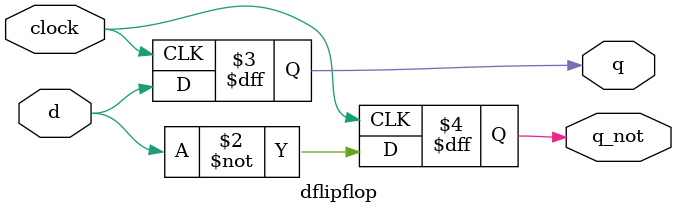
<source format=v>
module dflipflop(
    input d,
    input clock,
    output reg q,
    output reg q_not
);

always @(posedge clock) begin
    q <= d;
    q_not <= ~d;
end

endmodule
</source>
